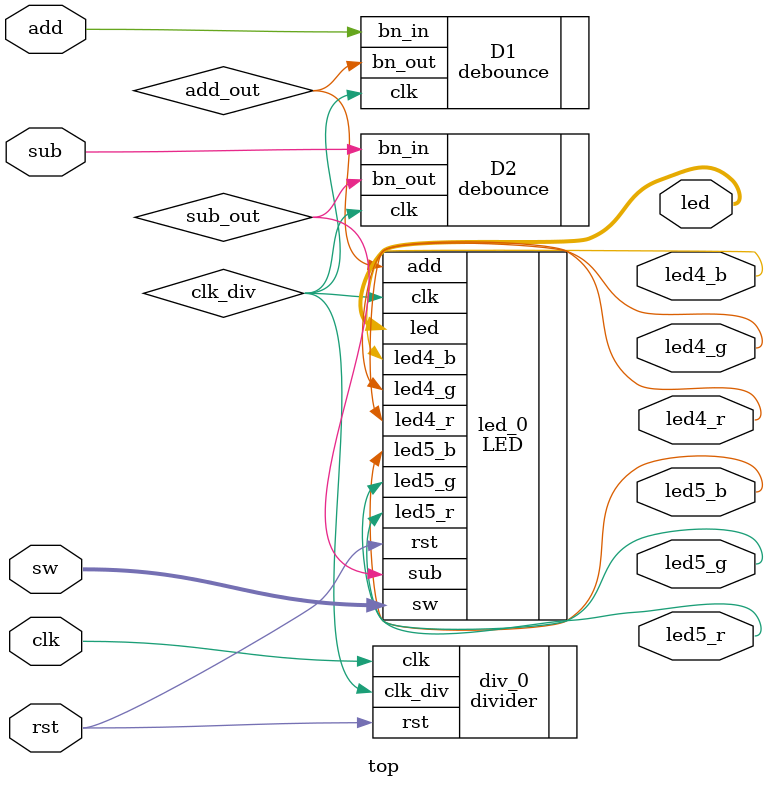
<source format=v>
module top(
    input   clk   ,
    input   rst   ,
    input   [1:0] sw  ,
    input   add,
    input   sub,
    output  led4_b,led4_r,led4_g,led5_b,led5_r,led5_g,
    output  [3:0]led
    );
    
    wire    clk_div ;
    wire    add_out,sub_out;
    
    LED led_0(
    .clk    (clk_div),
    .rst    (rst),
    .sw     (sw),
    .add    (add_out),
    .sub    (sub_out),
    .led    (led),
    .led4_b(led4_b),
    .led4_r(led4_r),
    .led4_g(led4_g),
    .led5_b(led5_b),
    .led5_r(led5_r),
    .led5_g(led5_g)
    );
    
    divider div_0(
    .clk    (clk),
    .rst    (rst),
    .clk_div    (clk_div)
    );
    
    debounce D1 (
    .clk    (clk_div),
    .bn_in  (add),
    .bn_out (add_out) 
    );
    
    debounce D2 (
    .clk    (clk_div),
    .bn_in  (sub),
    .bn_out (sub_out) 
    );
endmodule

</source>
